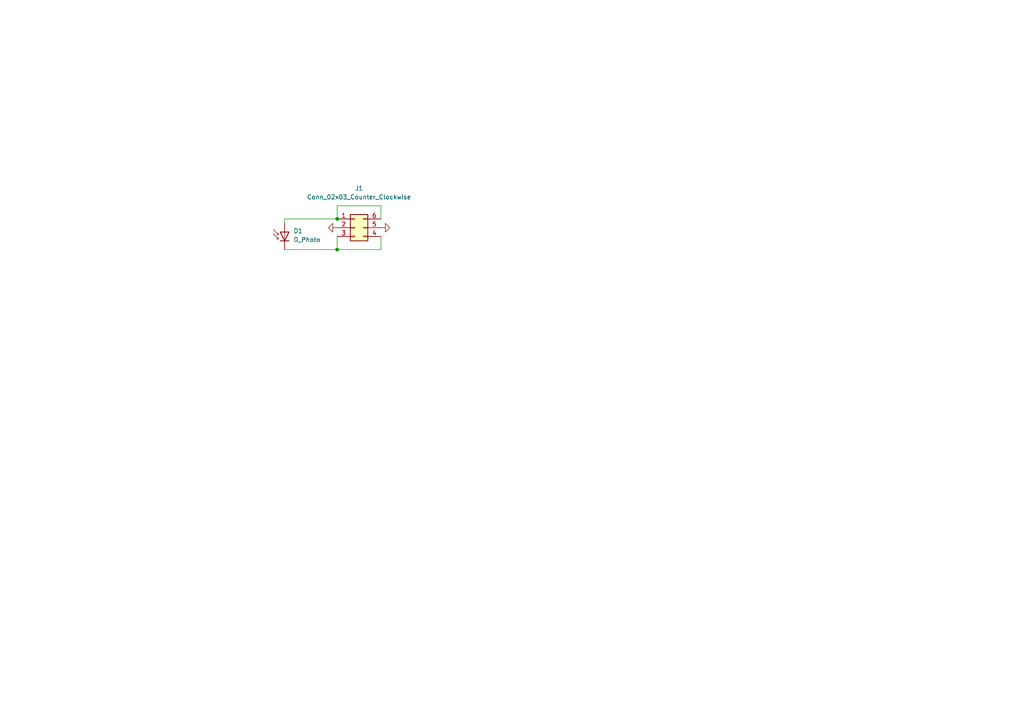
<source format=kicad_sch>
(kicad_sch (version 20230121) (generator eeschema)

  (uuid 30810d38-3572-4b07-bdf9-848a51b90a9c)

  (paper "A4")

  (lib_symbols
    (symbol "Connector_Generic:Conn_02x03_Counter_Clockwise" (pin_names (offset 1.016) hide) (in_bom yes) (on_board yes)
      (property "Reference" "J" (at 1.27 5.08 0)
        (effects (font (size 1.27 1.27)))
      )
      (property "Value" "Conn_02x03_Counter_Clockwise" (at 1.27 -5.08 0)
        (effects (font (size 1.27 1.27)))
      )
      (property "Footprint" "" (at 0 0 0)
        (effects (font (size 1.27 1.27)) hide)
      )
      (property "Datasheet" "~" (at 0 0 0)
        (effects (font (size 1.27 1.27)) hide)
      )
      (property "ki_keywords" "connector" (at 0 0 0)
        (effects (font (size 1.27 1.27)) hide)
      )
      (property "ki_description" "Generic connector, double row, 02x03, counter clockwise pin numbering scheme (similar to DIP package numbering), script generated (kicad-library-utils/schlib/autogen/connector/)" (at 0 0 0)
        (effects (font (size 1.27 1.27)) hide)
      )
      (property "ki_fp_filters" "Connector*:*_2x??_*" (at 0 0 0)
        (effects (font (size 1.27 1.27)) hide)
      )
      (symbol "Conn_02x03_Counter_Clockwise_1_1"
        (rectangle (start -1.27 -2.413) (end 0 -2.667)
          (stroke (width 0.1524) (type default))
          (fill (type none))
        )
        (rectangle (start -1.27 0.127) (end 0 -0.127)
          (stroke (width 0.1524) (type default))
          (fill (type none))
        )
        (rectangle (start -1.27 2.667) (end 0 2.413)
          (stroke (width 0.1524) (type default))
          (fill (type none))
        )
        (rectangle (start -1.27 3.81) (end 3.81 -3.81)
          (stroke (width 0.254) (type default))
          (fill (type background))
        )
        (rectangle (start 3.81 -2.413) (end 2.54 -2.667)
          (stroke (width 0.1524) (type default))
          (fill (type none))
        )
        (rectangle (start 3.81 0.127) (end 2.54 -0.127)
          (stroke (width 0.1524) (type default))
          (fill (type none))
        )
        (rectangle (start 3.81 2.667) (end 2.54 2.413)
          (stroke (width 0.1524) (type default))
          (fill (type none))
        )
        (pin passive line (at -5.08 2.54 0) (length 3.81)
          (name "Pin_1" (effects (font (size 1.27 1.27))))
          (number "1" (effects (font (size 1.27 1.27))))
        )
        (pin passive line (at -5.08 0 0) (length 3.81)
          (name "Pin_2" (effects (font (size 1.27 1.27))))
          (number "2" (effects (font (size 1.27 1.27))))
        )
        (pin passive line (at -5.08 -2.54 0) (length 3.81)
          (name "Pin_3" (effects (font (size 1.27 1.27))))
          (number "3" (effects (font (size 1.27 1.27))))
        )
        (pin passive line (at 7.62 -2.54 180) (length 3.81)
          (name "Pin_4" (effects (font (size 1.27 1.27))))
          (number "4" (effects (font (size 1.27 1.27))))
        )
        (pin passive line (at 7.62 0 180) (length 3.81)
          (name "Pin_5" (effects (font (size 1.27 1.27))))
          (number "5" (effects (font (size 1.27 1.27))))
        )
        (pin passive line (at 7.62 2.54 180) (length 3.81)
          (name "Pin_6" (effects (font (size 1.27 1.27))))
          (number "6" (effects (font (size 1.27 1.27))))
        )
      )
    )
    (symbol "Device:D_Photo" (pin_numbers hide) (pin_names hide) (in_bom yes) (on_board yes)
      (property "Reference" "D" (at 0.508 1.778 0)
        (effects (font (size 1.27 1.27)) (justify left))
      )
      (property "Value" "D_Photo" (at -1.016 -2.794 0)
        (effects (font (size 1.27 1.27)))
      )
      (property "Footprint" "" (at -1.27 0 0)
        (effects (font (size 1.27 1.27)) hide)
      )
      (property "Datasheet" "~" (at -1.27 0 0)
        (effects (font (size 1.27 1.27)) hide)
      )
      (property "ki_keywords" "photodiode diode opto" (at 0 0 0)
        (effects (font (size 1.27 1.27)) hide)
      )
      (property "ki_description" "Photodiode" (at 0 0 0)
        (effects (font (size 1.27 1.27)) hide)
      )
      (symbol "D_Photo_0_1"
        (polyline
          (pts
            (xy -2.54 1.27)
            (xy -2.54 -1.27)
          )
          (stroke (width 0.254) (type default))
          (fill (type none))
        )
        (polyline
          (pts
            (xy -2.032 1.778)
            (xy -1.524 1.778)
          )
          (stroke (width 0) (type default))
          (fill (type none))
        )
        (polyline
          (pts
            (xy 0 0)
            (xy -2.54 0)
          )
          (stroke (width 0) (type default))
          (fill (type none))
        )
        (polyline
          (pts
            (xy -0.508 3.302)
            (xy -2.032 1.778)
            (xy -2.032 2.286)
          )
          (stroke (width 0) (type default))
          (fill (type none))
        )
        (polyline
          (pts
            (xy 0 -1.27)
            (xy 0 1.27)
            (xy -2.54 0)
            (xy 0 -1.27)
          )
          (stroke (width 0.254) (type default))
          (fill (type none))
        )
        (polyline
          (pts
            (xy 0.762 3.302)
            (xy -0.762 1.778)
            (xy -0.762 2.286)
            (xy -0.762 1.778)
            (xy -0.254 1.778)
          )
          (stroke (width 0) (type default))
          (fill (type none))
        )
      )
      (symbol "D_Photo_1_1"
        (pin passive line (at -5.08 0 0) (length 2.54)
          (name "K" (effects (font (size 1.27 1.27))))
          (number "1" (effects (font (size 1.27 1.27))))
        )
        (pin passive line (at 2.54 0 180) (length 2.54)
          (name "A" (effects (font (size 1.27 1.27))))
          (number "2" (effects (font (size 1.27 1.27))))
        )
      )
    )
    (symbol "power:GND" (power) (pin_names (offset 0)) (in_bom yes) (on_board yes)
      (property "Reference" "#PWR" (at 0 -6.35 0)
        (effects (font (size 1.27 1.27)) hide)
      )
      (property "Value" "GND" (at 0 -3.81 0)
        (effects (font (size 1.27 1.27)))
      )
      (property "Footprint" "" (at 0 0 0)
        (effects (font (size 1.27 1.27)) hide)
      )
      (property "Datasheet" "" (at 0 0 0)
        (effects (font (size 1.27 1.27)) hide)
      )
      (property "ki_keywords" "global power" (at 0 0 0)
        (effects (font (size 1.27 1.27)) hide)
      )
      (property "ki_description" "Power symbol creates a global label with name \"GND\" , ground" (at 0 0 0)
        (effects (font (size 1.27 1.27)) hide)
      )
      (symbol "GND_0_1"
        (polyline
          (pts
            (xy 0 0)
            (xy 0 -1.27)
            (xy 1.27 -1.27)
            (xy 0 -2.54)
            (xy -1.27 -1.27)
            (xy 0 -1.27)
          )
          (stroke (width 0) (type default))
          (fill (type none))
        )
      )
      (symbol "GND_1_1"
        (pin power_in line (at 0 0 270) (length 0) hide
          (name "GND" (effects (font (size 1.27 1.27))))
          (number "1" (effects (font (size 1.27 1.27))))
        )
      )
    )
  )

  (junction (at 97.79 63.5) (diameter 0) (color 0 0 0 0)
    (uuid 1ba7aa26-808f-4a0b-bc5d-b7d396b4f1fb)
  )
  (junction (at 97.79 72.39) (diameter 0) (color 0 0 0 0)
    (uuid 96cbfaa6-36a9-4fe4-9ca8-26fe794818bf)
  )

  (wire (pts (xy 110.49 63.5) (xy 110.49 59.69))
    (stroke (width 0) (type default))
    (uuid 1665a4f6-a4a3-49d4-8579-74dd8084e0d2)
  )
  (wire (pts (xy 110.49 68.58) (xy 110.49 72.39))
    (stroke (width 0) (type default))
    (uuid 32720ed1-7c4b-418c-825f-e395be1f11f3)
  )
  (wire (pts (xy 110.49 72.39) (xy 97.79 72.39))
    (stroke (width 0) (type default))
    (uuid 34500770-209b-48bf-8b74-6c5f0a648ae3)
  )
  (wire (pts (xy 82.55 72.39) (xy 97.79 72.39))
    (stroke (width 0) (type default))
    (uuid 4d1df7cb-f279-4c17-a539-8d69ccf95997)
  )
  (wire (pts (xy 82.55 63.5) (xy 97.79 63.5))
    (stroke (width 0) (type default))
    (uuid 53cc35f5-01f1-48bd-a38e-d04be7324b67)
  )
  (wire (pts (xy 110.49 59.69) (xy 97.79 59.69))
    (stroke (width 0) (type default))
    (uuid 7a10fc25-ec9a-47f6-a2eb-cb649c3c7f31)
  )
  (wire (pts (xy 97.79 68.58) (xy 97.79 72.39))
    (stroke (width 0) (type default))
    (uuid b1a8572a-d23d-49f1-905d-fea4def56165)
  )
  (wire (pts (xy 82.55 63.5) (xy 82.55 64.77))
    (stroke (width 0) (type default))
    (uuid dc5ac21a-8e86-4520-b7a7-96de54c668c7)
  )
  (wire (pts (xy 97.79 59.69) (xy 97.79 63.5))
    (stroke (width 0) (type default))
    (uuid fac12108-bbe7-4598-b357-d0ea43f18ecd)
  )

  (symbol (lib_id "power:GND") (at 97.79 66.04 270) (unit 1)
    (in_bom yes) (on_board yes) (dnp no) (fields_autoplaced)
    (uuid 186712a4-e034-4130-8fc3-dd6561b29293)
    (property "Reference" "#PWR01" (at 91.44 66.04 0)
      (effects (font (size 1.27 1.27)) hide)
    )
    (property "Value" "GND" (at 93.98 66.04 90)
      (effects (font (size 1.27 1.27)) (justify right) hide)
    )
    (property "Footprint" "" (at 97.79 66.04 0)
      (effects (font (size 1.27 1.27)) hide)
    )
    (property "Datasheet" "" (at 97.79 66.04 0)
      (effects (font (size 1.27 1.27)) hide)
    )
    (pin "1" (uuid 2ea672cc-b1a3-4779-84e6-696fd57d6cfa))
    (instances
      (project "board-photodiode"
        (path "/30810d38-3572-4b07-bdf9-848a51b90a9c"
          (reference "#PWR01") (unit 1)
        )
      )
      (project "colorimeter-photodiode"
        (path "/4c8677fa-e18a-4aff-82a4-83e0de866429"
          (reference "#PWR01") (unit 1)
        )
      )
    )
  )

  (symbol (lib_id "power:GND") (at 110.49 66.04 90) (unit 1)
    (in_bom yes) (on_board yes) (dnp no) (fields_autoplaced)
    (uuid 816e194d-31d6-46bc-be7e-f868b5b12961)
    (property "Reference" "#PWR02" (at 116.84 66.04 0)
      (effects (font (size 1.27 1.27)) hide)
    )
    (property "Value" "GND" (at 114.3 66.04 90)
      (effects (font (size 1.27 1.27)) (justify right) hide)
    )
    (property "Footprint" "" (at 110.49 66.04 0)
      (effects (font (size 1.27 1.27)) hide)
    )
    (property "Datasheet" "" (at 110.49 66.04 0)
      (effects (font (size 1.27 1.27)) hide)
    )
    (pin "1" (uuid 8f14fc0a-87f6-474d-964a-a33eabb36bc7))
    (instances
      (project "board-photodiode"
        (path "/30810d38-3572-4b07-bdf9-848a51b90a9c"
          (reference "#PWR02") (unit 1)
        )
      )
      (project "colorimeter-photodiode"
        (path "/4c8677fa-e18a-4aff-82a4-83e0de866429"
          (reference "#PWR02") (unit 1)
        )
      )
    )
  )

  (symbol (lib_id "Device:D_Photo") (at 82.55 67.31 90) (unit 1)
    (in_bom yes) (on_board yes) (dnp no) (fields_autoplaced)
    (uuid 93871692-bb31-4514-b7d7-eebd2f2f6d3b)
    (property "Reference" "D1" (at 85.09 66.9925 90)
      (effects (font (size 1.27 1.27)) (justify right))
    )
    (property "Value" "D_Photo" (at 85.09 69.5325 90)
      (effects (font (size 1.27 1.27)) (justify right))
    )
    (property "Footprint" "LED_THT:LED_D3.0mm_Clear" (at 82.55 68.58 0)
      (effects (font (size 1.27 1.27)) hide)
    )
    (property "Datasheet" "~" (at 82.55 68.58 0)
      (effects (font (size 1.27 1.27)) hide)
    )
    (pin "1" (uuid 637b8b63-b2e2-4669-98aa-369a999808c2))
    (pin "2" (uuid 034698a3-0116-4cf0-8840-7b3743c86fa9))
    (instances
      (project "board-photodiode"
        (path "/30810d38-3572-4b07-bdf9-848a51b90a9c"
          (reference "D1") (unit 1)
        )
      )
      (project "colorimeter-photodiode"
        (path "/4c8677fa-e18a-4aff-82a4-83e0de866429"
          (reference "D1") (unit 1)
        )
      )
    )
  )

  (symbol (lib_id "Connector_Generic:Conn_02x03_Counter_Clockwise") (at 102.87 66.04 0) (unit 1)
    (in_bom yes) (on_board yes) (dnp no)
    (uuid a44d7287-71e0-4a3e-969c-4eda5154c18c)
    (property "Reference" "J1" (at 104.14 54.61 0)
      (effects (font (size 1.27 1.27)))
    )
    (property "Value" "Conn_02x03_Counter_Clockwise" (at 104.14 57.15 0)
      (effects (font (size 1.27 1.27)))
    )
    (property "Footprint" "Connector_PinSocket_2.54mm:PinSocket_2x03_P2.54mm_Horizontal" (at 102.87 66.04 0)
      (effects (font (size 1.27 1.27)) hide)
    )
    (property "Datasheet" "~" (at 102.87 66.04 0)
      (effects (font (size 1.27 1.27)) hide)
    )
    (pin "1" (uuid b89aaeac-959d-4ad2-9b88-c1abdcd194aa))
    (pin "2" (uuid a178f2e1-538b-43d2-897e-e1cfab7f8b10))
    (pin "3" (uuid 7d3ce685-52f5-4dcf-8892-eba2e870de49))
    (pin "4" (uuid 1050b3f3-7781-451b-b8ab-16a3c75cb9ad))
    (pin "5" (uuid 76d001f2-919e-4582-bccc-c53bd8b9dbce))
    (pin "6" (uuid 28419d16-c125-4fe9-9a6b-2267df48fef8))
    (instances
      (project "board-photodiode"
        (path "/30810d38-3572-4b07-bdf9-848a51b90a9c"
          (reference "J1") (unit 1)
        )
      )
      (project "colorimeter-photodiode"
        (path "/4c8677fa-e18a-4aff-82a4-83e0de866429"
          (reference "J1") (unit 1)
        )
      )
    )
  )

  (sheet_instances
    (path "/" (page "1"))
  )
)

</source>
